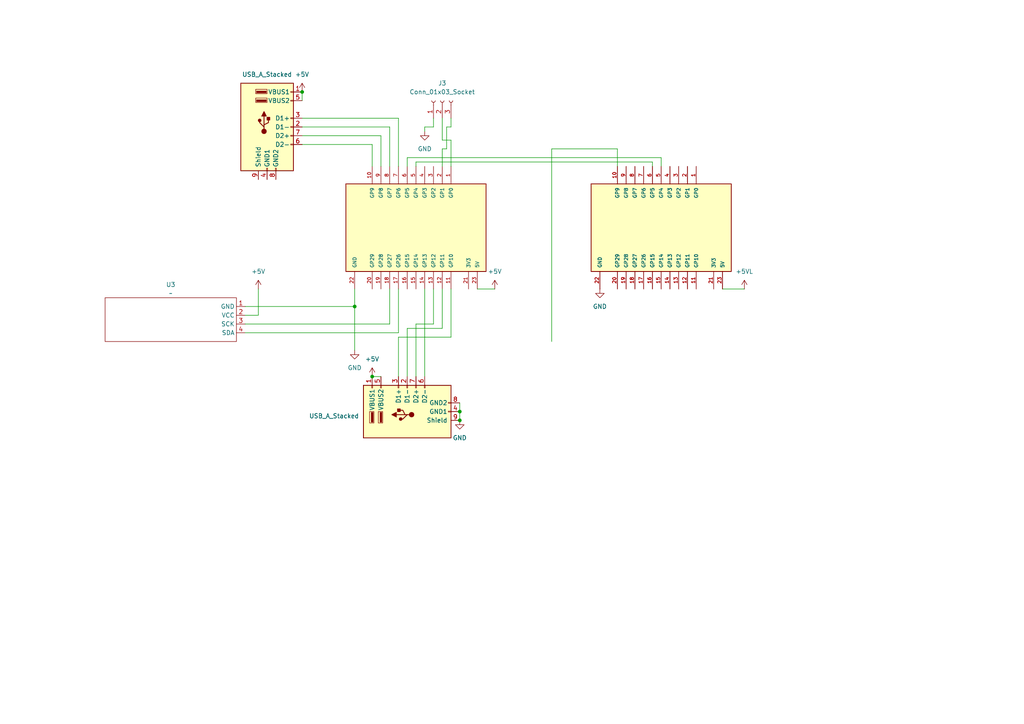
<source format=kicad_sch>
(kicad_sch
	(version 20250114)
	(generator "eeschema")
	(generator_version "9.0")
	(uuid "8741e069-7aae-462e-994b-a01d6179418a")
	(paper "A4")
	(lib_symbols
		(symbol "Connector:Conn_01x03_Socket"
			(pin_names
				(offset 1.016)
				(hide yes)
			)
			(exclude_from_sim no)
			(in_bom yes)
			(on_board yes)
			(property "Reference" "J"
				(at 0 5.08 0)
				(effects
					(font
						(size 1.27 1.27)
					)
				)
			)
			(property "Value" "Conn_01x03_Socket"
				(at 0 -5.08 0)
				(effects
					(font
						(size 1.27 1.27)
					)
				)
			)
			(property "Footprint" ""
				(at 0 0 0)
				(effects
					(font
						(size 1.27 1.27)
					)
					(hide yes)
				)
			)
			(property "Datasheet" "~"
				(at 0 0 0)
				(effects
					(font
						(size 1.27 1.27)
					)
					(hide yes)
				)
			)
			(property "Description" "Generic connector, single row, 01x03, script generated"
				(at 0 0 0)
				(effects
					(font
						(size 1.27 1.27)
					)
					(hide yes)
				)
			)
			(property "ki_locked" ""
				(at 0 0 0)
				(effects
					(font
						(size 1.27 1.27)
					)
				)
			)
			(property "ki_keywords" "connector"
				(at 0 0 0)
				(effects
					(font
						(size 1.27 1.27)
					)
					(hide yes)
				)
			)
			(property "ki_fp_filters" "Connector*:*_1x??_*"
				(at 0 0 0)
				(effects
					(font
						(size 1.27 1.27)
					)
					(hide yes)
				)
			)
			(symbol "Conn_01x03_Socket_1_1"
				(polyline
					(pts
						(xy -1.27 2.54) (xy -0.508 2.54)
					)
					(stroke
						(width 0.1524)
						(type default)
					)
					(fill
						(type none)
					)
				)
				(polyline
					(pts
						(xy -1.27 0) (xy -0.508 0)
					)
					(stroke
						(width 0.1524)
						(type default)
					)
					(fill
						(type none)
					)
				)
				(polyline
					(pts
						(xy -1.27 -2.54) (xy -0.508 -2.54)
					)
					(stroke
						(width 0.1524)
						(type default)
					)
					(fill
						(type none)
					)
				)
				(arc
					(start 0 2.032)
					(mid -0.5058 2.54)
					(end 0 3.048)
					(stroke
						(width 0.1524)
						(type default)
					)
					(fill
						(type none)
					)
				)
				(arc
					(start 0 -0.508)
					(mid -0.5058 0)
					(end 0 0.508)
					(stroke
						(width 0.1524)
						(type default)
					)
					(fill
						(type none)
					)
				)
				(arc
					(start 0 -3.048)
					(mid -0.5058 -2.54)
					(end 0 -2.032)
					(stroke
						(width 0.1524)
						(type default)
					)
					(fill
						(type none)
					)
				)
				(pin passive line
					(at -5.08 2.54 0)
					(length 3.81)
					(name "Pin_1"
						(effects
							(font
								(size 1.27 1.27)
							)
						)
					)
					(number "1"
						(effects
							(font
								(size 1.27 1.27)
							)
						)
					)
				)
				(pin passive line
					(at -5.08 0 0)
					(length 3.81)
					(name "Pin_2"
						(effects
							(font
								(size 1.27 1.27)
							)
						)
					)
					(number "2"
						(effects
							(font
								(size 1.27 1.27)
							)
						)
					)
				)
				(pin passive line
					(at -5.08 -2.54 0)
					(length 3.81)
					(name "Pin_3"
						(effects
							(font
								(size 1.27 1.27)
							)
						)
					)
					(number "3"
						(effects
							(font
								(size 1.27 1.27)
							)
						)
					)
				)
			)
			(embedded_fonts no)
		)
		(symbol "Connector:USB_A_Stacked"
			(pin_names
				(offset 1.016)
			)
			(exclude_from_sim no)
			(in_bom yes)
			(on_board yes)
			(property "Reference" "J"
				(at 0 15.875 0)
				(effects
					(font
						(size 1.27 1.27)
					)
				)
			)
			(property "Value" "USB_A_Stacked"
				(at 0 13.97 0)
				(effects
					(font
						(size 1.27 1.27)
					)
				)
			)
			(property "Footprint" ""
				(at 3.81 -13.97 0)
				(effects
					(font
						(size 1.27 1.27)
					)
					(justify left)
					(hide yes)
				)
			)
			(property "Datasheet" "~"
				(at 5.08 1.27 0)
				(effects
					(font
						(size 1.27 1.27)
					)
					(hide yes)
				)
			)
			(property "Description" "USB Type A connector, stacked"
				(at 0 0 0)
				(effects
					(font
						(size 1.27 1.27)
					)
					(hide yes)
				)
			)
			(property "ki_keywords" "connector USB"
				(at 0 0 0)
				(effects
					(font
						(size 1.27 1.27)
					)
					(hide yes)
				)
			)
			(property "ki_fp_filters" "USB*"
				(at 0 0 0)
				(effects
					(font
						(size 1.27 1.27)
					)
					(hide yes)
				)
			)
			(symbol "USB_A_Stacked_0_1"
				(rectangle
					(start -7.62 12.7)
					(end 7.62 -12.7)
					(stroke
						(width 0.254)
						(type default)
					)
					(fill
						(type background)
					)
				)
				(circle
					(center -2.159 1.905)
					(radius 0.381)
					(stroke
						(width 0.254)
						(type default)
					)
					(fill
						(type outline)
					)
				)
				(polyline
					(pts
						(xy -1.524 3.175) (xy -0.254 3.175) (xy -0.889 4.445) (xy -1.524 3.175)
					)
					(stroke
						(width 0.254)
						(type default)
					)
					(fill
						(type outline)
					)
				)
				(polyline
					(pts
						(xy -0.889 0) (xy -0.889 0.635) (xy 0.381 1.27) (xy 0.381 2.54)
					)
					(stroke
						(width 0.254)
						(type default)
					)
					(fill
						(type none)
					)
				)
				(polyline
					(pts
						(xy -0.889 -0.635) (xy -0.889 0) (xy -2.159 1.27) (xy -2.159 1.905)
					)
					(stroke
						(width 0.254)
						(type default)
					)
					(fill
						(type none)
					)
				)
				(circle
					(center -0.889 -1.27)
					(radius 0.635)
					(stroke
						(width 0.254)
						(type default)
					)
					(fill
						(type outline)
					)
				)
				(rectangle
					(start -0.254 9.906)
					(end -3.048 10.414)
					(stroke
						(width 0)
						(type default)
					)
					(fill
						(type outline)
					)
				)
				(rectangle
					(start -0.254 7.366)
					(end -3.048 7.874)
					(stroke
						(width 0)
						(type default)
					)
					(fill
						(type outline)
					)
				)
				(rectangle
					(start -0.127 -12.7)
					(end 0.127 -11.938)
					(stroke
						(width 0)
						(type default)
					)
					(fill
						(type none)
					)
				)
				(rectangle
					(start 0 9.652)
					(end -3.302 10.922)
					(stroke
						(width 0)
						(type default)
					)
					(fill
						(type none)
					)
				)
				(rectangle
					(start 0 7.112)
					(end -3.302 8.382)
					(stroke
						(width 0)
						(type default)
					)
					(fill
						(type none)
					)
				)
				(rectangle
					(start 0 2.794)
					(end 0.762 2.032)
					(stroke
						(width 0.254)
						(type default)
					)
					(fill
						(type outline)
					)
				)
				(rectangle
					(start 2.413 -12.7)
					(end 2.667 -11.938)
					(stroke
						(width 0)
						(type default)
					)
					(fill
						(type none)
					)
				)
				(rectangle
					(start 7.62 10.033)
					(end 6.858 10.287)
					(stroke
						(width 0)
						(type default)
					)
					(fill
						(type none)
					)
				)
				(rectangle
					(start 7.62 7.493)
					(end 6.858 7.747)
					(stroke
						(width 0)
						(type default)
					)
					(fill
						(type none)
					)
				)
				(rectangle
					(start 7.62 2.413)
					(end 6.858 2.667)
					(stroke
						(width 0)
						(type default)
					)
					(fill
						(type none)
					)
				)
				(rectangle
					(start 7.62 -0.127)
					(end 6.858 0.127)
					(stroke
						(width 0)
						(type default)
					)
					(fill
						(type none)
					)
				)
				(rectangle
					(start 7.62 -2.667)
					(end 6.858 -2.413)
					(stroke
						(width 0)
						(type default)
					)
					(fill
						(type none)
					)
				)
				(rectangle
					(start 7.62 -5.207)
					(end 6.858 -4.953)
					(stroke
						(width 0)
						(type default)
					)
					(fill
						(type none)
					)
				)
			)
			(symbol "USB_A_Stacked_1_1"
				(polyline
					(pts
						(xy -0.889 0.635) (xy -0.889 3.175)
					)
					(stroke
						(width 0.254)
						(type default)
					)
					(fill
						(type none)
					)
				)
				(pin passive line
					(at -2.54 -15.24 90)
					(length 2.54)
					(name "Shield"
						(effects
							(font
								(size 1.27 1.27)
							)
						)
					)
					(number "9"
						(effects
							(font
								(size 1.27 1.27)
							)
						)
					)
				)
				(pin power_in line
					(at 0 -15.24 90)
					(length 2.54)
					(name "GND1"
						(effects
							(font
								(size 1.27 1.27)
							)
						)
					)
					(number "4"
						(effects
							(font
								(size 1.27 1.27)
							)
						)
					)
				)
				(pin power_in line
					(at 2.54 -15.24 90)
					(length 2.54)
					(name "GND2"
						(effects
							(font
								(size 1.27 1.27)
							)
						)
					)
					(number "8"
						(effects
							(font
								(size 1.27 1.27)
							)
						)
					)
				)
				(pin power_in line
					(at 10.16 10.16 180)
					(length 2.54)
					(name "VBUS1"
						(effects
							(font
								(size 1.27 1.27)
							)
						)
					)
					(number "1"
						(effects
							(font
								(size 1.27 1.27)
							)
						)
					)
				)
				(pin power_in line
					(at 10.16 7.62 180)
					(length 2.54)
					(name "VBUS2"
						(effects
							(font
								(size 1.27 1.27)
							)
						)
					)
					(number "5"
						(effects
							(font
								(size 1.27 1.27)
							)
						)
					)
				)
				(pin bidirectional line
					(at 10.16 2.54 180)
					(length 2.54)
					(name "D1+"
						(effects
							(font
								(size 1.27 1.27)
							)
						)
					)
					(number "3"
						(effects
							(font
								(size 1.27 1.27)
							)
						)
					)
				)
				(pin bidirectional line
					(at 10.16 0 180)
					(length 2.54)
					(name "D1-"
						(effects
							(font
								(size 1.27 1.27)
							)
						)
					)
					(number "2"
						(effects
							(font
								(size 1.27 1.27)
							)
						)
					)
				)
				(pin bidirectional line
					(at 10.16 -2.54 180)
					(length 2.54)
					(name "D2+"
						(effects
							(font
								(size 1.27 1.27)
							)
						)
					)
					(number "7"
						(effects
							(font
								(size 1.27 1.27)
							)
						)
					)
				)
				(pin bidirectional line
					(at 10.16 -5.08 180)
					(length 2.54)
					(name "D2-"
						(effects
							(font
								(size 1.27 1.27)
							)
						)
					)
					(number "6"
						(effects
							(font
								(size 1.27 1.27)
							)
						)
					)
				)
			)
			(embedded_fonts no)
		)
		(symbol "RP2040-ZERO:RP2040-ZERO"
			(pin_names
				(offset 1.016)
			)
			(exclude_from_sim no)
			(in_bom yes)
			(on_board yes)
			(property "Reference" "U"
				(at -12.7 21.082 0)
				(effects
					(font
						(size 1.27 1.27)
					)
					(justify left bottom)
				)
			)
			(property "Value" "RP2040-ZERO"
				(at -12.7 -22.86 0)
				(effects
					(font
						(size 1.27 1.27)
					)
					(justify left bottom)
				)
			)
			(property "Footprint" "RP2040-ZERO:MODULE_RP2040-ZERO"
				(at 0 0 0)
				(effects
					(font
						(size 1.27 1.27)
					)
					(justify bottom)
					(hide yes)
				)
			)
			(property "Datasheet" ""
				(at 0 0 0)
				(effects
					(font
						(size 1.27 1.27)
					)
					(hide yes)
				)
			)
			(property "Description" ""
				(at 0 0 0)
				(effects
					(font
						(size 1.27 1.27)
					)
					(hide yes)
				)
			)
			(property "MF" "Waveshare Electronics"
				(at 0 0 0)
				(effects
					(font
						(size 1.27 1.27)
					)
					(justify bottom)
					(hide yes)
				)
			)
			(property "MAXIMUM_PACKAGE_HEIGHT" "5.35mm"
				(at 0 0 0)
				(effects
					(font
						(size 1.27 1.27)
					)
					(justify bottom)
					(hide yes)
				)
			)
			(property "Package" "Package"
				(at 0 0 0)
				(effects
					(font
						(size 1.27 1.27)
					)
					(justify bottom)
					(hide yes)
				)
			)
			(property "Price" "None"
				(at 0 0 0)
				(effects
					(font
						(size 1.27 1.27)
					)
					(justify bottom)
					(hide yes)
				)
			)
			(property "Check_prices" "https://www.snapeda.com/parts/RP2040-ZERO/Waveshare+Electronics/view-part/?ref=eda"
				(at 0 0 0)
				(effects
					(font
						(size 1.27 1.27)
					)
					(justify bottom)
					(hide yes)
				)
			)
			(property "STANDARD" "Manufacturer Recommendations"
				(at 0 0 0)
				(effects
					(font
						(size 1.27 1.27)
					)
					(justify bottom)
					(hide yes)
				)
			)
			(property "PARTREV" "NA"
				(at 0 0 0)
				(effects
					(font
						(size 1.27 1.27)
					)
					(justify bottom)
					(hide yes)
				)
			)
			(property "SnapEDA_Link" "https://www.snapeda.com/parts/RP2040-ZERO/Waveshare+Electronics/view-part/?ref=snap"
				(at 0 0 0)
				(effects
					(font
						(size 1.27 1.27)
					)
					(justify bottom)
					(hide yes)
				)
			)
			(property "MP" "RP2040-ZERO"
				(at 0 0 0)
				(effects
					(font
						(size 1.27 1.27)
					)
					(justify bottom)
					(hide yes)
				)
			)
			(property "Description_1" "Low-Cost, High-Performance Pico-Like MCU Board Based On Raspberry Pi Microcontroller RP2040"
				(at 0 0 0)
				(effects
					(font
						(size 1.27 1.27)
					)
					(justify bottom)
					(hide yes)
				)
			)
			(property "Availability" "Not in stock"
				(at 0 0 0)
				(effects
					(font
						(size 1.27 1.27)
					)
					(justify bottom)
					(hide yes)
				)
			)
			(property "MANUFACTURER" "Waveshare"
				(at 0 0 0)
				(effects
					(font
						(size 1.27 1.27)
					)
					(justify bottom)
					(hide yes)
				)
			)
			(symbol "RP2040-ZERO_0_0"
				(rectangle
					(start -12.7 -20.32)
					(end 12.7 20.32)
					(stroke
						(width 0.254)
						(type default)
					)
					(fill
						(type background)
					)
				)
				(pin bidirectional line
					(at -17.78 10.16 0)
					(length 5.08)
					(name "GP0"
						(effects
							(font
								(size 1.016 1.016)
							)
						)
					)
					(number "1"
						(effects
							(font
								(size 1.016 1.016)
							)
						)
					)
				)
				(pin bidirectional line
					(at -17.78 7.62 0)
					(length 5.08)
					(name "GP1"
						(effects
							(font
								(size 1.016 1.016)
							)
						)
					)
					(number "2"
						(effects
							(font
								(size 1.016 1.016)
							)
						)
					)
				)
				(pin bidirectional line
					(at -17.78 5.08 0)
					(length 5.08)
					(name "GP2"
						(effects
							(font
								(size 1.016 1.016)
							)
						)
					)
					(number "3"
						(effects
							(font
								(size 1.016 1.016)
							)
						)
					)
				)
				(pin bidirectional line
					(at -17.78 2.54 0)
					(length 5.08)
					(name "GP3"
						(effects
							(font
								(size 1.016 1.016)
							)
						)
					)
					(number "4"
						(effects
							(font
								(size 1.016 1.016)
							)
						)
					)
				)
				(pin bidirectional line
					(at -17.78 0 0)
					(length 5.08)
					(name "GP4"
						(effects
							(font
								(size 1.016 1.016)
							)
						)
					)
					(number "5"
						(effects
							(font
								(size 1.016 1.016)
							)
						)
					)
				)
				(pin bidirectional line
					(at -17.78 -2.54 0)
					(length 5.08)
					(name "GP5"
						(effects
							(font
								(size 1.016 1.016)
							)
						)
					)
					(number "6"
						(effects
							(font
								(size 1.016 1.016)
							)
						)
					)
				)
				(pin bidirectional line
					(at -17.78 -5.08 0)
					(length 5.08)
					(name "GP6"
						(effects
							(font
								(size 1.016 1.016)
							)
						)
					)
					(number "7"
						(effects
							(font
								(size 1.016 1.016)
							)
						)
					)
				)
				(pin bidirectional line
					(at -17.78 -7.62 0)
					(length 5.08)
					(name "GP7"
						(effects
							(font
								(size 1.016 1.016)
							)
						)
					)
					(number "8"
						(effects
							(font
								(size 1.016 1.016)
							)
						)
					)
				)
				(pin bidirectional line
					(at -17.78 -10.16 0)
					(length 5.08)
					(name "GP8"
						(effects
							(font
								(size 1.016 1.016)
							)
						)
					)
					(number "9"
						(effects
							(font
								(size 1.016 1.016)
							)
						)
					)
				)
				(pin bidirectional line
					(at -17.78 -12.7 0)
					(length 5.08)
					(name "GP9"
						(effects
							(font
								(size 1.016 1.016)
							)
						)
					)
					(number "10"
						(effects
							(font
								(size 1.016 1.016)
							)
						)
					)
				)
				(pin power_in line
					(at 17.78 17.78 180)
					(length 5.08)
					(name "5V"
						(effects
							(font
								(size 1.016 1.016)
							)
						)
					)
					(number "23"
						(effects
							(font
								(size 1.016 1.016)
							)
						)
					)
				)
				(pin power_in line
					(at 17.78 15.24 180)
					(length 5.08)
					(name "3V3"
						(effects
							(font
								(size 1.016 1.016)
							)
						)
					)
					(number "21"
						(effects
							(font
								(size 1.016 1.016)
							)
						)
					)
				)
				(pin bidirectional line
					(at 17.78 10.16 180)
					(length 5.08)
					(name "GP10"
						(effects
							(font
								(size 1.016 1.016)
							)
						)
					)
					(number "11"
						(effects
							(font
								(size 1.016 1.016)
							)
						)
					)
				)
				(pin bidirectional line
					(at 17.78 7.62 180)
					(length 5.08)
					(name "GP11"
						(effects
							(font
								(size 1.016 1.016)
							)
						)
					)
					(number "12"
						(effects
							(font
								(size 1.016 1.016)
							)
						)
					)
				)
				(pin bidirectional line
					(at 17.78 5.08 180)
					(length 5.08)
					(name "GP12"
						(effects
							(font
								(size 1.016 1.016)
							)
						)
					)
					(number "13"
						(effects
							(font
								(size 1.016 1.016)
							)
						)
					)
				)
				(pin bidirectional line
					(at 17.78 2.54 180)
					(length 5.08)
					(name "GP13"
						(effects
							(font
								(size 1.016 1.016)
							)
						)
					)
					(number "14"
						(effects
							(font
								(size 1.016 1.016)
							)
						)
					)
				)
				(pin bidirectional line
					(at 17.78 0 180)
					(length 5.08)
					(name "GP14"
						(effects
							(font
								(size 1.016 1.016)
							)
						)
					)
					(number "15"
						(effects
							(font
								(size 1.016 1.016)
							)
						)
					)
				)
				(pin bidirectional line
					(at 17.78 -2.54 180)
					(length 5.08)
					(name "GP15"
						(effects
							(font
								(size 1.016 1.016)
							)
						)
					)
					(number "16"
						(effects
							(font
								(size 1.016 1.016)
							)
						)
					)
				)
				(pin bidirectional line
					(at 17.78 -5.08 180)
					(length 5.08)
					(name "GP26"
						(effects
							(font
								(size 1.016 1.016)
							)
						)
					)
					(number "17"
						(effects
							(font
								(size 1.016 1.016)
							)
						)
					)
				)
				(pin bidirectional line
					(at 17.78 -7.62 180)
					(length 5.08)
					(name "GP27"
						(effects
							(font
								(size 1.016 1.016)
							)
						)
					)
					(number "18"
						(effects
							(font
								(size 1.016 1.016)
							)
						)
					)
				)
				(pin bidirectional line
					(at 17.78 -10.16 180)
					(length 5.08)
					(name "GP28"
						(effects
							(font
								(size 1.016 1.016)
							)
						)
					)
					(number "19"
						(effects
							(font
								(size 1.016 1.016)
							)
						)
					)
				)
				(pin bidirectional line
					(at 17.78 -12.7 180)
					(length 5.08)
					(name "GP29"
						(effects
							(font
								(size 1.016 1.016)
							)
						)
					)
					(number "20"
						(effects
							(font
								(size 1.016 1.016)
							)
						)
					)
				)
				(pin power_in line
					(at 17.78 -17.78 180)
					(length 5.08)
					(name "GND"
						(effects
							(font
								(size 1.016 1.016)
							)
						)
					)
					(number "22"
						(effects
							(font
								(size 1.016 1.016)
							)
						)
					)
				)
			)
			(embedded_fonts no)
		)
		(symbol "mylib:OLED128x32"
			(exclude_from_sim no)
			(in_bom yes)
			(on_board yes)
			(property "Reference" "U"
				(at 0 0 0)
				(effects
					(font
						(size 1.27 1.27)
					)
				)
			)
			(property "Value" ""
				(at 0 0 0)
				(effects
					(font
						(size 1.27 1.27)
					)
				)
			)
			(property "Footprint" ""
				(at 0 0 0)
				(effects
					(font
						(size 1.27 1.27)
					)
					(hide yes)
				)
			)
			(property "Datasheet" ""
				(at 0 0 0)
				(effects
					(font
						(size 1.27 1.27)
					)
					(hide yes)
				)
			)
			(property "Description" ""
				(at 0 0 0)
				(effects
					(font
						(size 1.27 1.27)
					)
					(hide yes)
				)
			)
			(symbol "OLED128x32_0_1"
				(rectangle
					(start -6.35 19.05)
					(end 6.35 -19.05)
					(stroke
						(width 0)
						(type default)
					)
					(fill
						(type none)
					)
				)
			)
			(symbol "OLED128x32_1_1"
				(pin input line
					(at -3.81 21.59 270)
					(length 2.54)
					(name "GND"
						(effects
							(font
								(size 1.27 1.27)
							)
						)
					)
					(number "1"
						(effects
							(font
								(size 1.27 1.27)
							)
						)
					)
				)
				(pin input line
					(at -1.27 21.59 270)
					(length 2.54)
					(name "VCC"
						(effects
							(font
								(size 1.27 1.27)
							)
						)
					)
					(number "2"
						(effects
							(font
								(size 1.27 1.27)
							)
						)
					)
				)
				(pin input line
					(at 1.27 21.59 270)
					(length 2.54)
					(name "SCK"
						(effects
							(font
								(size 1.27 1.27)
							)
						)
					)
					(number "3"
						(effects
							(font
								(size 1.27 1.27)
							)
						)
					)
				)
				(pin input line
					(at 3.81 21.59 270)
					(length 2.54)
					(name "SDA"
						(effects
							(font
								(size 1.27 1.27)
							)
						)
					)
					(number "4"
						(effects
							(font
								(size 1.27 1.27)
							)
						)
					)
				)
			)
			(embedded_fonts no)
		)
		(symbol "power:+5V"
			(power)
			(pin_numbers
				(hide yes)
			)
			(pin_names
				(offset 0)
				(hide yes)
			)
			(exclude_from_sim no)
			(in_bom yes)
			(on_board yes)
			(property "Reference" "#PWR"
				(at 0 -3.81 0)
				(effects
					(font
						(size 1.27 1.27)
					)
					(hide yes)
				)
			)
			(property "Value" "+5V"
				(at 0 3.556 0)
				(effects
					(font
						(size 1.27 1.27)
					)
				)
			)
			(property "Footprint" ""
				(at 0 0 0)
				(effects
					(font
						(size 1.27 1.27)
					)
					(hide yes)
				)
			)
			(property "Datasheet" ""
				(at 0 0 0)
				(effects
					(font
						(size 1.27 1.27)
					)
					(hide yes)
				)
			)
			(property "Description" "Power symbol creates a global label with name \"+5V\""
				(at 0 0 0)
				(effects
					(font
						(size 1.27 1.27)
					)
					(hide yes)
				)
			)
			(property "ki_keywords" "global power"
				(at 0 0 0)
				(effects
					(font
						(size 1.27 1.27)
					)
					(hide yes)
				)
			)
			(symbol "+5V_0_1"
				(polyline
					(pts
						(xy -0.762 1.27) (xy 0 2.54)
					)
					(stroke
						(width 0)
						(type default)
					)
					(fill
						(type none)
					)
				)
				(polyline
					(pts
						(xy 0 2.54) (xy 0.762 1.27)
					)
					(stroke
						(width 0)
						(type default)
					)
					(fill
						(type none)
					)
				)
				(polyline
					(pts
						(xy 0 0) (xy 0 2.54)
					)
					(stroke
						(width 0)
						(type default)
					)
					(fill
						(type none)
					)
				)
			)
			(symbol "+5V_1_1"
				(pin power_in line
					(at 0 0 90)
					(length 0)
					(name "~"
						(effects
							(font
								(size 1.27 1.27)
							)
						)
					)
					(number "1"
						(effects
							(font
								(size 1.27 1.27)
							)
						)
					)
				)
			)
			(embedded_fonts no)
		)
		(symbol "power:+5VL"
			(power)
			(pin_numbers
				(hide yes)
			)
			(pin_names
				(offset 0)
				(hide yes)
			)
			(exclude_from_sim no)
			(in_bom yes)
			(on_board yes)
			(property "Reference" "#PWR"
				(at 0 -3.81 0)
				(effects
					(font
						(size 1.27 1.27)
					)
					(hide yes)
				)
			)
			(property "Value" "+5VL"
				(at 0 3.556 0)
				(effects
					(font
						(size 1.27 1.27)
					)
				)
			)
			(property "Footprint" ""
				(at 0 0 0)
				(effects
					(font
						(size 1.27 1.27)
					)
					(hide yes)
				)
			)
			(property "Datasheet" ""
				(at 0 0 0)
				(effects
					(font
						(size 1.27 1.27)
					)
					(hide yes)
				)
			)
			(property "Description" "Power symbol creates a global label with name \"+5VL\""
				(at 0 0 0)
				(effects
					(font
						(size 1.27 1.27)
					)
					(hide yes)
				)
			)
			(property "ki_keywords" "global power"
				(at 0 0 0)
				(effects
					(font
						(size 1.27 1.27)
					)
					(hide yes)
				)
			)
			(symbol "+5VL_0_1"
				(polyline
					(pts
						(xy -0.762 1.27) (xy 0 2.54)
					)
					(stroke
						(width 0)
						(type default)
					)
					(fill
						(type none)
					)
				)
				(polyline
					(pts
						(xy 0 2.54) (xy 0.762 1.27)
					)
					(stroke
						(width 0)
						(type default)
					)
					(fill
						(type none)
					)
				)
				(polyline
					(pts
						(xy 0 0) (xy 0 2.54)
					)
					(stroke
						(width 0)
						(type default)
					)
					(fill
						(type none)
					)
				)
			)
			(symbol "+5VL_1_1"
				(pin power_in line
					(at 0 0 90)
					(length 0)
					(name "~"
						(effects
							(font
								(size 1.27 1.27)
							)
						)
					)
					(number "1"
						(effects
							(font
								(size 1.27 1.27)
							)
						)
					)
				)
			)
			(embedded_fonts no)
		)
		(symbol "power:GND"
			(power)
			(pin_numbers
				(hide yes)
			)
			(pin_names
				(offset 0)
				(hide yes)
			)
			(exclude_from_sim no)
			(in_bom yes)
			(on_board yes)
			(property "Reference" "#PWR"
				(at 0 -6.35 0)
				(effects
					(font
						(size 1.27 1.27)
					)
					(hide yes)
				)
			)
			(property "Value" "GND"
				(at 0 -3.81 0)
				(effects
					(font
						(size 1.27 1.27)
					)
				)
			)
			(property "Footprint" ""
				(at 0 0 0)
				(effects
					(font
						(size 1.27 1.27)
					)
					(hide yes)
				)
			)
			(property "Datasheet" ""
				(at 0 0 0)
				(effects
					(font
						(size 1.27 1.27)
					)
					(hide yes)
				)
			)
			(property "Description" "Power symbol creates a global label with name \"GND\" , ground"
				(at 0 0 0)
				(effects
					(font
						(size 1.27 1.27)
					)
					(hide yes)
				)
			)
			(property "ki_keywords" "global power"
				(at 0 0 0)
				(effects
					(font
						(size 1.27 1.27)
					)
					(hide yes)
				)
			)
			(symbol "GND_0_1"
				(polyline
					(pts
						(xy 0 0) (xy 0 -1.27) (xy 1.27 -1.27) (xy 0 -2.54) (xy -1.27 -1.27) (xy 0 -1.27)
					)
					(stroke
						(width 0)
						(type default)
					)
					(fill
						(type none)
					)
				)
			)
			(symbol "GND_1_1"
				(pin power_in line
					(at 0 0 270)
					(length 0)
					(name "~"
						(effects
							(font
								(size 1.27 1.27)
							)
						)
					)
					(number "1"
						(effects
							(font
								(size 1.27 1.27)
							)
						)
					)
				)
			)
			(embedded_fonts no)
		)
	)
	(junction
		(at 87.63 26.67)
		(diameter 0)
		(color 0 0 0 0)
		(uuid "0c5bf68c-d0ff-47a5-ad0b-497508341d92")
	)
	(junction
		(at 133.35 119.38)
		(diameter 0)
		(color 0 0 0 0)
		(uuid "0c7b483f-7e39-40e9-998b-00f79ece11e2")
	)
	(junction
		(at 102.87 88.9)
		(diameter 0)
		(color 0 0 0 0)
		(uuid "16215443-0a3d-4268-acd7-168b5dc0b023")
	)
	(junction
		(at 133.35 121.92)
		(diameter 0)
		(color 0 0 0 0)
		(uuid "4bf9e23e-37c8-4f2b-887f-e1109fc52172")
	)
	(junction
		(at 107.95 109.22)
		(diameter 0)
		(color 0 0 0 0)
		(uuid "ac38376a-8f88-4d12-8752-a7c704dc5f34")
	)
	(wire
		(pts
			(xy 120.65 93.98) (xy 125.73 93.98)
		)
		(stroke
			(width 0)
			(type default)
		)
		(uuid "0ce9f373-6674-4b73-9d7d-04a9bb795f6d")
	)
	(wire
		(pts
			(xy 115.57 96.52) (xy 115.57 83.82)
		)
		(stroke
			(width 0)
			(type default)
		)
		(uuid "0d123d9f-3687-4527-9754-85b464ab84a9")
	)
	(wire
		(pts
			(xy 120.65 109.22) (xy 120.65 93.98)
		)
		(stroke
			(width 0)
			(type default)
		)
		(uuid "0ef6e579-726c-45c3-b112-29272fe999c2")
	)
	(wire
		(pts
			(xy 110.49 39.37) (xy 110.49 48.26)
		)
		(stroke
			(width 0)
			(type default)
		)
		(uuid "134f1ce2-d75a-44af-bec5-66d181c0115b")
	)
	(wire
		(pts
			(xy 123.19 83.82) (xy 123.19 109.22)
		)
		(stroke
			(width 0)
			(type default)
		)
		(uuid "15708580-c7ad-4b30-9441-ba416b6421b0")
	)
	(wire
		(pts
			(xy 74.93 83.82) (xy 74.93 91.44)
		)
		(stroke
			(width 0)
			(type default)
		)
		(uuid "2201cdb6-127b-4904-9d10-945ad739c391")
	)
	(wire
		(pts
			(xy 160.02 43.18) (xy 179.07 43.18)
		)
		(stroke
			(width 0)
			(type default)
		)
		(uuid "2609488c-8d4e-4c22-9b7a-34745902279c")
	)
	(wire
		(pts
			(xy 115.57 109.22) (xy 115.57 97.79)
		)
		(stroke
			(width 0)
			(type default)
		)
		(uuid "27422e21-83f1-4438-9da2-3783c28bbb89")
	)
	(wire
		(pts
			(xy 113.03 93.98) (xy 113.03 83.82)
		)
		(stroke
			(width 0)
			(type default)
		)
		(uuid "27f6b93f-8c33-4646-b808-8207803fcf92")
	)
	(wire
		(pts
			(xy 130.81 34.29) (xy 130.81 36.83)
		)
		(stroke
			(width 0)
			(type default)
		)
		(uuid "3096703b-be6a-4e43-9c02-f2969a8bbec7")
	)
	(wire
		(pts
			(xy 123.19 36.83) (xy 125.73 36.83)
		)
		(stroke
			(width 0)
			(type default)
		)
		(uuid "3d8662ea-671b-46ec-8d64-95231a638081")
	)
	(wire
		(pts
			(xy 125.73 83.82) (xy 125.73 93.98)
		)
		(stroke
			(width 0)
			(type default)
		)
		(uuid "3e41b7ee-5717-48a6-8fd8-54bde2d3bf11")
	)
	(wire
		(pts
			(xy 87.63 41.91) (xy 107.95 41.91)
		)
		(stroke
			(width 0)
			(type default)
		)
		(uuid "43a0ce29-d343-47f4-8113-80bd486dd661")
	)
	(wire
		(pts
			(xy 130.81 97.79) (xy 130.81 83.82)
		)
		(stroke
			(width 0)
			(type default)
		)
		(uuid "446a47ac-7e73-41e1-87e6-946dcee7f53c")
	)
	(wire
		(pts
			(xy 87.63 36.83) (xy 113.03 36.83)
		)
		(stroke
			(width 0)
			(type default)
		)
		(uuid "48a465d0-d9d2-41c6-848b-6ab2dc151d4b")
	)
	(wire
		(pts
			(xy 102.87 88.9) (xy 102.87 101.6)
		)
		(stroke
			(width 0)
			(type default)
		)
		(uuid "49143728-291c-4ca5-b7e5-718060016e70")
	)
	(wire
		(pts
			(xy 113.03 36.83) (xy 113.03 48.26)
		)
		(stroke
			(width 0)
			(type default)
		)
		(uuid "4966c898-1a7e-49b5-b71b-8088ea67e816")
	)
	(wire
		(pts
			(xy 130.81 36.83) (xy 129.54 36.83)
		)
		(stroke
			(width 0)
			(type default)
		)
		(uuid "56776658-0aef-4e72-b1be-e649b924a830")
	)
	(wire
		(pts
			(xy 120.65 46.99) (xy 189.23 46.99)
		)
		(stroke
			(width 0)
			(type default)
		)
		(uuid "5a9db026-977b-4598-9101-893ca2129b0e")
	)
	(wire
		(pts
			(xy 130.81 40.64) (xy 130.81 48.26)
		)
		(stroke
			(width 0)
			(type default)
		)
		(uuid "5c1655ce-8999-4fab-98ff-716ba8bf0016")
	)
	(wire
		(pts
			(xy 128.27 40.64) (xy 130.81 40.64)
		)
		(stroke
			(width 0)
			(type default)
		)
		(uuid "5c198f0c-bd36-4cbb-b842-0f70930ff174")
	)
	(wire
		(pts
			(xy 71.12 91.44) (xy 74.93 91.44)
		)
		(stroke
			(width 0)
			(type default)
		)
		(uuid "61fdbb26-cd43-41a0-91f0-e45a8f053e0f")
	)
	(wire
		(pts
			(xy 191.77 48.26) (xy 191.77 45.72)
		)
		(stroke
			(width 0)
			(type default)
		)
		(uuid "6bbe252f-ee0e-4f54-93d6-2ff50aa7d945")
	)
	(wire
		(pts
			(xy 191.77 45.72) (xy 118.11 45.72)
		)
		(stroke
			(width 0)
			(type default)
		)
		(uuid "6c7b849d-39c1-4980-a4b0-2f76797389df")
	)
	(wire
		(pts
			(xy 209.55 83.82) (xy 215.9 83.82)
		)
		(stroke
			(width 0)
			(type default)
		)
		(uuid "70bb3a70-cb4f-4b2a-9312-6cc5cdffdd13")
	)
	(wire
		(pts
			(xy 107.95 109.22) (xy 110.49 109.22)
		)
		(stroke
			(width 0)
			(type default)
		)
		(uuid "725fe396-34e4-429c-8b5d-ef4108efda99")
	)
	(wire
		(pts
			(xy 189.23 46.99) (xy 189.23 48.26)
		)
		(stroke
			(width 0)
			(type default)
		)
		(uuid "8502cd74-7df2-402b-be28-13d667250ca5")
	)
	(wire
		(pts
			(xy 128.27 43.18) (xy 128.27 48.26)
		)
		(stroke
			(width 0)
			(type default)
		)
		(uuid "8c5858e2-1431-4c49-9650-0290f05027c0")
	)
	(wire
		(pts
			(xy 133.35 116.84) (xy 133.35 119.38)
		)
		(stroke
			(width 0)
			(type default)
		)
		(uuid "909808ce-58d5-461d-9d21-04b9a5d0014f")
	)
	(wire
		(pts
			(xy 71.12 88.9) (xy 102.87 88.9)
		)
		(stroke
			(width 0)
			(type default)
		)
		(uuid "93472328-df4c-4f21-89f1-79fcea4a09a3")
	)
	(wire
		(pts
			(xy 118.11 95.25) (xy 128.27 95.25)
		)
		(stroke
			(width 0)
			(type default)
		)
		(uuid "95c39f95-ce67-41ea-990b-98925ffa4fb8")
	)
	(wire
		(pts
			(xy 125.73 36.83) (xy 125.73 34.29)
		)
		(stroke
			(width 0)
			(type default)
		)
		(uuid "992b01c9-a5a6-4101-86c5-598009e66efa")
	)
	(wire
		(pts
			(xy 179.07 43.18) (xy 179.07 48.26)
		)
		(stroke
			(width 0)
			(type default)
		)
		(uuid "995c4bf0-0a76-4ead-a93d-3e3d4b188b7c")
	)
	(wire
		(pts
			(xy 128.27 95.25) (xy 128.27 83.82)
		)
		(stroke
			(width 0)
			(type default)
		)
		(uuid "9b47fd63-d4b4-4808-aaca-9152aeed0f46")
	)
	(wire
		(pts
			(xy 120.65 48.26) (xy 120.65 46.99)
		)
		(stroke
			(width 0)
			(type default)
		)
		(uuid "9eb62e40-8a99-4f22-8b13-721a9af69bfc")
	)
	(wire
		(pts
			(xy 115.57 97.79) (xy 130.81 97.79)
		)
		(stroke
			(width 0)
			(type default)
		)
		(uuid "a5ff4766-068b-4897-8d83-149ea176ca31")
	)
	(wire
		(pts
			(xy 160.02 99.06) (xy 160.02 43.18)
		)
		(stroke
			(width 0)
			(type default)
		)
		(uuid "a7570658-fc2e-45cf-a90d-4718531c904d")
	)
	(wire
		(pts
			(xy 118.11 95.25) (xy 118.11 109.22)
		)
		(stroke
			(width 0)
			(type default)
		)
		(uuid "acfc7be3-d2c9-4277-83f0-771f15ec0ee5")
	)
	(wire
		(pts
			(xy 133.35 119.38) (xy 133.35 121.92)
		)
		(stroke
			(width 0)
			(type default)
		)
		(uuid "c22a4b67-25be-4fda-aca7-2c5cf62e0cb6")
	)
	(wire
		(pts
			(xy 129.54 43.18) (xy 128.27 43.18)
		)
		(stroke
			(width 0)
			(type default)
		)
		(uuid "c32f4616-d172-4a09-a625-2740d0f2f634")
	)
	(wire
		(pts
			(xy 128.27 34.29) (xy 128.27 40.64)
		)
		(stroke
			(width 0)
			(type default)
		)
		(uuid "c3841d4d-a15e-4532-94c1-c0f34319fab3")
	)
	(wire
		(pts
			(xy 118.11 45.72) (xy 118.11 48.26)
		)
		(stroke
			(width 0)
			(type default)
		)
		(uuid "d3d42890-4969-485e-bfef-7667895424cd")
	)
	(wire
		(pts
			(xy 87.63 26.67) (xy 87.63 29.21)
		)
		(stroke
			(width 0)
			(type default)
		)
		(uuid "d7c22f1a-2c9a-4f68-8269-b34c168db264")
	)
	(wire
		(pts
			(xy 71.12 96.52) (xy 115.57 96.52)
		)
		(stroke
			(width 0)
			(type default)
		)
		(uuid "dd36c63f-db1a-4706-aec9-a8af962fc2b1")
	)
	(wire
		(pts
			(xy 71.12 93.98) (xy 113.03 93.98)
		)
		(stroke
			(width 0)
			(type default)
		)
		(uuid "df49a2aa-3680-475d-89f2-21b34680dd51")
	)
	(wire
		(pts
			(xy 123.19 38.1) (xy 123.19 36.83)
		)
		(stroke
			(width 0)
			(type default)
		)
		(uuid "e0d295fd-b242-46a0-97f4-abd5715fdc1d")
	)
	(wire
		(pts
			(xy 129.54 36.83) (xy 129.54 43.18)
		)
		(stroke
			(width 0)
			(type default)
		)
		(uuid "e1f21557-1341-48ee-9379-3e885072e607")
	)
	(wire
		(pts
			(xy 87.63 34.29) (xy 115.57 34.29)
		)
		(stroke
			(width 0)
			(type default)
		)
		(uuid "e51eea3d-286f-47ff-8647-da64dc015cbb")
	)
	(wire
		(pts
			(xy 87.63 39.37) (xy 110.49 39.37)
		)
		(stroke
			(width 0)
			(type default)
		)
		(uuid "e97124ba-ccc4-4b4e-bfe8-c4eedd8d5564")
	)
	(wire
		(pts
			(xy 115.57 34.29) (xy 115.57 48.26)
		)
		(stroke
			(width 0)
			(type default)
		)
		(uuid "f3a92947-63ed-46a5-9cc2-0240511202ba")
	)
	(wire
		(pts
			(xy 102.87 83.82) (xy 102.87 88.9)
		)
		(stroke
			(width 0)
			(type default)
		)
		(uuid "f545298d-17bf-426a-b19a-f05f90f4fb4d")
	)
	(wire
		(pts
			(xy 138.43 83.82) (xy 143.51 83.82)
		)
		(stroke
			(width 0)
			(type default)
		)
		(uuid "f84fab1d-3822-4544-8f65-22ef8fff3dc9")
	)
	(wire
		(pts
			(xy 107.95 41.91) (xy 107.95 48.26)
		)
		(stroke
			(width 0)
			(type default)
		)
		(uuid "fec2e76f-016e-4c65-9633-d24246343346")
	)
	(symbol
		(lib_id "power:+5VL")
		(at 215.9 83.82 0)
		(unit 1)
		(exclude_from_sim no)
		(in_bom yes)
		(on_board yes)
		(dnp no)
		(fields_autoplaced yes)
		(uuid "16d393e7-2797-49c8-8529-655713d5d250")
		(property "Reference" "#PWR09"
			(at 215.9 87.63 0)
			(effects
				(font
					(size 1.27 1.27)
				)
				(hide yes)
			)
		)
		(property "Value" "+5VL"
			(at 215.9 78.74 0)
			(effects
				(font
					(size 1.27 1.27)
				)
			)
		)
		(property "Footprint" ""
			(at 215.9 83.82 0)
			(effects
				(font
					(size 1.27 1.27)
				)
				(hide yes)
			)
		)
		(property "Datasheet" ""
			(at 215.9 83.82 0)
			(effects
				(font
					(size 1.27 1.27)
				)
				(hide yes)
			)
		)
		(property "Description" "Power symbol creates a global label with name \"+5VL\""
			(at 215.9 83.82 0)
			(effects
				(font
					(size 1.27 1.27)
				)
				(hide yes)
			)
		)
		(pin "1"
			(uuid "f931931d-dfe8-45b2-8352-3e8d529e8952")
		)
		(instances
			(project ""
				(path "/8741e069-7aae-462e-994b-a01d6179418a"
					(reference "#PWR09")
					(unit 1)
				)
			)
		)
	)
	(symbol
		(lib_id "Connector:USB_A_Stacked")
		(at 118.11 119.38 90)
		(unit 1)
		(exclude_from_sim no)
		(in_bom yes)
		(on_board yes)
		(dnp no)
		(fields_autoplaced yes)
		(uuid "2a1ad6e6-6a24-42dc-bcb1-d98b384ac6b3")
		(property "Reference" "J1"
			(at 104.14 118.1099 90)
			(effects
				(font
					(size 1.27 1.27)
				)
				(justify left)
				(hide yes)
			)
		)
		(property "Value" "USB_A_Stacked"
			(at 104.14 120.6499 90)
			(effects
				(font
					(size 1.27 1.27)
				)
				(justify left)
			)
		)
		(property "Footprint" "Connector_USB:USB_A_CUI_UJ2-ADH-TH_Horizontal_Stacked"
			(at 132.08 115.57 0)
			(effects
				(font
					(size 1.27 1.27)
				)
				(justify left)
				(hide yes)
			)
		)
		(property "Datasheet" "~"
			(at 116.84 114.3 0)
			(effects
				(font
					(size 1.27 1.27)
				)
				(hide yes)
			)
		)
		(property "Description" "USB Type A connector, stacked"
			(at 118.11 119.38 0)
			(effects
				(font
					(size 1.27 1.27)
				)
				(hide yes)
			)
		)
		(pin "9"
			(uuid "698f8197-9373-44e4-a0fd-8c2ad7d4c0b8")
		)
		(pin "4"
			(uuid "8d4927e7-d9b4-4de9-919b-d705d06f7b4f")
		)
		(pin "3"
			(uuid "8180e1f8-b77e-46ab-83bb-6ca5577b18de")
		)
		(pin "8"
			(uuid "26a405d2-eacf-4904-9c9a-8e7d6b0a05c8")
		)
		(pin "7"
			(uuid "130f7e22-55f9-4a9b-bde8-c75971056c9d")
		)
		(pin "1"
			(uuid "d488cc9d-19fd-44e8-99fd-a5bd941f41a9")
		)
		(pin "6"
			(uuid "1700fedd-0bbf-492a-b1e3-b5843cf536fd")
		)
		(pin "5"
			(uuid "73b340d3-f9e5-4eae-ad7b-a21669d149b9")
		)
		(pin "2"
			(uuid "b5c023dd-7f7b-40f2-86ef-03b8de7e9395")
		)
		(instances
			(project ""
				(path "/8741e069-7aae-462e-994b-a01d6179418a"
					(reference "J1")
					(unit 1)
				)
			)
		)
	)
	(symbol
		(lib_id "power:GND")
		(at 173.99 83.82 0)
		(unit 1)
		(exclude_from_sim no)
		(in_bom yes)
		(on_board yes)
		(dnp no)
		(fields_autoplaced yes)
		(uuid "3963cb11-1476-4337-9701-b43c6a83f75f")
		(property "Reference" "#PWR06"
			(at 173.99 90.17 0)
			(effects
				(font
					(size 1.27 1.27)
				)
				(hide yes)
			)
		)
		(property "Value" "GND"
			(at 173.99 88.9 0)
			(effects
				(font
					(size 1.27 1.27)
				)
			)
		)
		(property "Footprint" ""
			(at 173.99 83.82 0)
			(effects
				(font
					(size 1.27 1.27)
				)
				(hide yes)
			)
		)
		(property "Datasheet" ""
			(at 173.99 83.82 0)
			(effects
				(font
					(size 1.27 1.27)
				)
				(hide yes)
			)
		)
		(property "Description" "Power symbol creates a global label with name \"GND\" , ground"
			(at 173.99 83.82 0)
			(effects
				(font
					(size 1.27 1.27)
				)
				(hide yes)
			)
		)
		(pin "1"
			(uuid "a4f107d1-01b4-412a-bdc8-414ad289322f")
		)
		(instances
			(project ""
				(path "/8741e069-7aae-462e-994b-a01d6179418a"
					(reference "#PWR06")
					(unit 1)
				)
			)
		)
	)
	(symbol
		(lib_id "power:+5V")
		(at 87.63 26.67 0)
		(unit 1)
		(exclude_from_sim no)
		(in_bom yes)
		(on_board yes)
		(dnp no)
		(fields_autoplaced yes)
		(uuid "3bad045d-f2b9-426d-8b18-60e6a838c0a7")
		(property "Reference" "#PWR08"
			(at 87.63 30.48 0)
			(effects
				(font
					(size 1.27 1.27)
				)
				(hide yes)
			)
		)
		(property "Value" "+5V"
			(at 87.63 21.59 0)
			(effects
				(font
					(size 1.27 1.27)
				)
			)
		)
		(property "Footprint" ""
			(at 87.63 26.67 0)
			(effects
				(font
					(size 1.27 1.27)
				)
				(hide yes)
			)
		)
		(property "Datasheet" ""
			(at 87.63 26.67 0)
			(effects
				(font
					(size 1.27 1.27)
				)
				(hide yes)
			)
		)
		(property "Description" "Power symbol creates a global label with name \"+5V\""
			(at 87.63 26.67 0)
			(effects
				(font
					(size 1.27 1.27)
				)
				(hide yes)
			)
		)
		(pin "1"
			(uuid "cbcabee3-9650-4ce0-bf83-b5a1cb685ec7")
		)
		(instances
			(project "USB_HID_Switcher"
				(path "/8741e069-7aae-462e-994b-a01d6179418a"
					(reference "#PWR08")
					(unit 1)
				)
			)
		)
	)
	(symbol
		(lib_id "Connector:USB_A_Stacked")
		(at 77.47 36.83 0)
		(unit 1)
		(exclude_from_sim no)
		(in_bom yes)
		(on_board yes)
		(dnp no)
		(fields_autoplaced yes)
		(uuid "46424a9a-ed21-48d6-ba73-40f8e9cccb33")
		(property "Reference" "J2"
			(at 78.7401 22.86 90)
			(effects
				(font
					(size 1.27 1.27)
				)
				(justify left)
				(hide yes)
			)
		)
		(property "Value" "USB_A_Stacked"
			(at 77.47 21.59 0)
			(effects
				(font
					(size 1.27 1.27)
				)
			)
		)
		(property "Footprint" "Connector_USB:USB_A_CUI_UJ2-ADH-TH_Horizontal_Stacked"
			(at 81.28 50.8 0)
			(effects
				(font
					(size 1.27 1.27)
				)
				(justify left)
				(hide yes)
			)
		)
		(property "Datasheet" "~"
			(at 82.55 35.56 0)
			(effects
				(font
					(size 1.27 1.27)
				)
				(hide yes)
			)
		)
		(property "Description" "USB Type A connector, stacked"
			(at 77.47 36.83 0)
			(effects
				(font
					(size 1.27 1.27)
				)
				(hide yes)
			)
		)
		(pin "9"
			(uuid "24dd9603-d42d-472a-aaba-cf949996283c")
		)
		(pin "4"
			(uuid "281308ce-aeb6-4af8-a129-27b593f5a861")
		)
		(pin "3"
			(uuid "ff376e2b-cc2e-42af-baeb-c5da54c4af0a")
		)
		(pin "8"
			(uuid "76212732-0a7e-458e-b1f8-4a57ff8ea083")
		)
		(pin "7"
			(uuid "efdc7264-a40e-4bdf-ba06-088da9f47274")
		)
		(pin "1"
			(uuid "50110f85-32ce-4751-909b-9d2f4c43d5ef")
		)
		(pin "6"
			(uuid "0afc91dd-d4a7-4a46-9e56-aaa00ce746c8")
		)
		(pin "5"
			(uuid "03205d60-ccc1-4d3f-b20b-b449eed7a80c")
		)
		(pin "2"
			(uuid "03a42bb0-fd06-4570-9b49-7863e15a1661")
		)
		(instances
			(project "USB_HID_Switcher"
				(path "/8741e069-7aae-462e-994b-a01d6179418a"
					(reference "J2")
					(unit 1)
				)
			)
		)
	)
	(symbol
		(lib_id "power:+5V")
		(at 107.95 109.22 0)
		(unit 1)
		(exclude_from_sim no)
		(in_bom yes)
		(on_board yes)
		(dnp no)
		(fields_autoplaced yes)
		(uuid "5311f971-fe56-4c5b-8595-30adcc90b8f7")
		(property "Reference" "#PWR03"
			(at 107.95 113.03 0)
			(effects
				(font
					(size 1.27 1.27)
				)
				(hide yes)
			)
		)
		(property "Value" "+5V"
			(at 107.95 104.14 0)
			(effects
				(font
					(size 1.27 1.27)
				)
			)
		)
		(property "Footprint" ""
			(at 107.95 109.22 0)
			(effects
				(font
					(size 1.27 1.27)
				)
				(hide yes)
			)
		)
		(property "Datasheet" ""
			(at 107.95 109.22 0)
			(effects
				(font
					(size 1.27 1.27)
				)
				(hide yes)
			)
		)
		(property "Description" "Power symbol creates a global label with name \"+5V\""
			(at 107.95 109.22 0)
			(effects
				(font
					(size 1.27 1.27)
				)
				(hide yes)
			)
		)
		(pin "1"
			(uuid "6f6433f6-a18f-4c28-b144-7ed1c04828cc")
		)
		(instances
			(project ""
				(path "/8741e069-7aae-462e-994b-a01d6179418a"
					(reference "#PWR03")
					(unit 1)
				)
			)
		)
	)
	(symbol
		(lib_id "RP2040-ZERO:RP2040-ZERO")
		(at 191.77 66.04 270)
		(unit 1)
		(exclude_from_sim no)
		(in_bom yes)
		(on_board yes)
		(dnp no)
		(fields_autoplaced yes)
		(uuid "5b2ddd56-82ca-4e0f-b5eb-007c6cd2100f")
		(property "Reference" "U2"
			(at 217.17 66.04 0)
			(effects
				(font
					(size 1.27 1.27)
				)
				(hide yes)
			)
		)
		(property "Value" "RP2040-ZERO"
			(at 214.63 66.04 0)
			(effects
				(font
					(size 1.27 1.27)
				)
				(hide yes)
			)
		)
		(property "Footprint" "Library:MODULE_RP2040-ZERO"
			(at 191.77 66.04 0)
			(effects
				(font
					(size 1.27 1.27)
				)
				(justify bottom)
				(hide yes)
			)
		)
		(property "Datasheet" ""
			(at 191.77 66.04 0)
			(effects
				(font
					(size 1.27 1.27)
				)
				(hide yes)
			)
		)
		(property "Description" ""
			(at 191.77 66.04 0)
			(effects
				(font
					(size 1.27 1.27)
				)
				(hide yes)
			)
		)
		(property "MF" "Waveshare Electronics"
			(at 191.77 66.04 0)
			(effects
				(font
					(size 1.27 1.27)
				)
				(justify bottom)
				(hide yes)
			)
		)
		(property "MAXIMUM_PACKAGE_HEIGHT" "5.35mm"
			(at 191.77 66.04 0)
			(effects
				(font
					(size 1.27 1.27)
				)
				(justify bottom)
				(hide yes)
			)
		)
		(property "Package" "Package"
			(at 191.77 66.04 0)
			(effects
				(font
					(size 1.27 1.27)
				)
				(justify bottom)
				(hide yes)
			)
		)
		(property "Price" "None"
			(at 191.77 66.04 0)
			(effects
				(font
					(size 1.27 1.27)
				)
				(justify bottom)
				(hide yes)
			)
		)
		(property "Check_prices" "https://www.snapeda.com/parts/RP2040-ZERO/Waveshare+Electronics/view-part/?ref=eda"
			(at 191.77 66.04 0)
			(effects
				(font
					(size 1.27 1.27)
				)
				(justify bottom)
				(hide yes)
			)
		)
		(property "STANDARD" "Manufacturer Recommendations"
			(at 191.77 66.04 0)
			(effects
				(font
					(size 1.27 1.27)
				)
				(justify bottom)
				(hide yes)
			)
		)
		(property "PARTREV" "NA"
			(at 191.77 66.04 0)
			(effects
				(font
					(size 1.27 1.27)
				)
				(justify bottom)
				(hide yes)
			)
		)
		(property "SnapEDA_Link" "https://www.snapeda.com/parts/RP2040-ZERO/Waveshare+Electronics/view-part/?ref=snap"
			(at 191.77 66.04 0)
			(effects
				(font
					(size 1.27 1.27)
				)
				(justify bottom)
				(hide yes)
			)
		)
		(property "MP" "RP2040-ZERO"
			(at 191.77 66.04 0)
			(effects
				(font
					(size 1.27 1.27)
				)
				(justify bottom)
				(hide yes)
			)
		)
		(property "Description_1" "Low-Cost, High-Performance Pico-Like MCU Board Based On Raspberry Pi Microcontroller RP2040"
			(at 191.77 66.04 0)
			(effects
				(font
					(size 1.27 1.27)
				)
				(justify bottom)
				(hide yes)
			)
		)
		(property "Availability" "Not in stock"
			(at 191.77 66.04 0)
			(effects
				(font
					(size 1.27 1.27)
				)
				(justify bottom)
				(hide yes)
			)
		)
		(property "MANUFACTURER" "Waveshare"
			(at 191.77 66.04 0)
			(effects
				(font
					(size 1.27 1.27)
				)
				(justify bottom)
				(hide yes)
			)
		)
		(pin "6"
			(uuid "93cf1135-d360-47f0-8e27-62c20a5dd864")
		)
		(pin "8"
			(uuid "aa533a69-65ba-4eb1-9d9a-98020da75dea")
		)
		(pin "3"
			(uuid "8bda1c3f-badb-4038-b7ba-d9319f33627e")
		)
		(pin "5"
			(uuid "19ad8510-4870-498e-9d30-b6d1f954e42f")
		)
		(pin "15"
			(uuid "e3b20c18-1870-438f-b071-ec4ef5f220bc")
		)
		(pin "1"
			(uuid "c8f63040-4ad4-4e33-9851-9faa36aa4c17")
		)
		(pin "21"
			(uuid "9f4b009b-7600-4e31-951f-ef4a8f468e69")
		)
		(pin "13"
			(uuid "eb397401-e22e-4954-9f0f-c9a6135e9687")
		)
		(pin "2"
			(uuid "6e334b73-a228-4cc9-84d5-ab5dfd311573")
		)
		(pin "4"
			(uuid "bd2decee-08ff-47f4-a3b7-4f48ced28818")
		)
		(pin "7"
			(uuid "27a64d0f-001c-4723-a145-1e1466486654")
		)
		(pin "9"
			(uuid "175652eb-ac5a-452c-847d-1f886302c3dd")
		)
		(pin "10"
			(uuid "f2ec2e92-30cf-4e4f-b4df-1f6da342e591")
		)
		(pin "23"
			(uuid "7f060822-babf-4366-8239-ce473c8abcc2")
		)
		(pin "11"
			(uuid "e8ed1fad-35cb-4b10-a29d-6c6819d5ee36")
		)
		(pin "12"
			(uuid "89aaf697-5ee4-425b-af4e-0a35cde030b7")
		)
		(pin "14"
			(uuid "17201680-b186-4f50-8729-f409e836406a")
		)
		(pin "22"
			(uuid "f206dcc7-453c-4cec-b5eb-7e3b282e9632")
		)
		(pin "16"
			(uuid "0d418b02-4aa7-4adb-b1a4-4b4b500baf66")
		)
		(pin "20"
			(uuid "7e22ef2f-4057-4113-a8b8-06946eb0828e")
		)
		(pin "17"
			(uuid "57515cc2-0a79-403a-913f-b77a66643f21")
		)
		(pin "19"
			(uuid "e87db5c4-6877-4226-83c0-039ec6f2f86b")
		)
		(pin "18"
			(uuid "066afbc9-5a1b-4713-847f-8e8cc72a4355")
		)
		(instances
			(project "USB_HID_Switcher"
				(path "/8741e069-7aae-462e-994b-a01d6179418a"
					(reference "U2")
					(unit 1)
				)
			)
		)
	)
	(symbol
		(lib_id "power:+5V")
		(at 74.93 83.82 0)
		(unit 1)
		(exclude_from_sim no)
		(in_bom yes)
		(on_board yes)
		(dnp no)
		(fields_autoplaced yes)
		(uuid "8848e33d-7d6d-4272-a92d-aa4de74f489a")
		(property "Reference" "#PWR05"
			(at 74.93 87.63 0)
			(effects
				(font
					(size 1.27 1.27)
				)
				(hide yes)
			)
		)
		(property "Value" "+5V"
			(at 74.93 78.74 0)
			(effects
				(font
					(size 1.27 1.27)
				)
			)
		)
		(property "Footprint" ""
			(at 74.93 83.82 0)
			(effects
				(font
					(size 1.27 1.27)
				)
				(hide yes)
			)
		)
		(property "Datasheet" ""
			(at 74.93 83.82 0)
			(effects
				(font
					(size 1.27 1.27)
				)
				(hide yes)
			)
		)
		(property "Description" "Power symbol creates a global label with name \"+5V\""
			(at 74.93 83.82 0)
			(effects
				(font
					(size 1.27 1.27)
				)
				(hide yes)
			)
		)
		(pin "1"
			(uuid "04bc5ac9-d213-4799-9f09-dae31f98be90")
		)
		(instances
			(project "USB_HID_Switcher"
				(path "/8741e069-7aae-462e-994b-a01d6179418a"
					(reference "#PWR05")
					(unit 1)
				)
			)
		)
	)
	(symbol
		(lib_id "power:GND")
		(at 123.19 38.1 0)
		(unit 1)
		(exclude_from_sim no)
		(in_bom yes)
		(on_board yes)
		(dnp no)
		(fields_autoplaced yes)
		(uuid "90729e3f-daef-4a53-9a5f-5f3dcb6c1020")
		(property "Reference" "#PWR01"
			(at 123.19 44.45 0)
			(effects
				(font
					(size 1.27 1.27)
				)
				(hide yes)
			)
		)
		(property "Value" "GND"
			(at 123.19 43.18 0)
			(effects
				(font
					(size 1.27 1.27)
				)
			)
		)
		(property "Footprint" ""
			(at 123.19 38.1 0)
			(effects
				(font
					(size 1.27 1.27)
				)
				(hide yes)
			)
		)
		(property "Datasheet" ""
			(at 123.19 38.1 0)
			(effects
				(font
					(size 1.27 1.27)
				)
				(hide yes)
			)
		)
		(property "Description" "Power symbol creates a global label with name \"GND\" , ground"
			(at 123.19 38.1 0)
			(effects
				(font
					(size 1.27 1.27)
				)
				(hide yes)
			)
		)
		(pin "1"
			(uuid "96237049-a450-4340-90ae-84b8b2643f62")
		)
		(instances
			(project ""
				(path "/8741e069-7aae-462e-994b-a01d6179418a"
					(reference "#PWR01")
					(unit 1)
				)
			)
		)
	)
	(symbol
		(lib_id "mylib:OLED128x32")
		(at 49.53 92.71 270)
		(unit 1)
		(exclude_from_sim no)
		(in_bom yes)
		(on_board yes)
		(dnp no)
		(fields_autoplaced yes)
		(uuid "afe2dc9a-80e6-40d0-a1d1-af63ceb1a89e")
		(property "Reference" "U3"
			(at 49.53 82.55 90)
			(effects
				(font
					(size 1.27 1.27)
				)
			)
		)
		(property "Value" "~"
			(at 49.53 85.09 90)
			(effects
				(font
					(size 1.27 1.27)
				)
			)
		)
		(property "Footprint" "mylib:OLED128x32"
			(at 49.53 92.71 0)
			(effects
				(font
					(size 1.27 1.27)
				)
				(hide yes)
			)
		)
		(property "Datasheet" ""
			(at 49.53 92.71 0)
			(effects
				(font
					(size 1.27 1.27)
				)
				(hide yes)
			)
		)
		(property "Description" ""
			(at 49.53 92.71 0)
			(effects
				(font
					(size 1.27 1.27)
				)
				(hide yes)
			)
		)
		(pin "2"
			(uuid "0a669bac-3f65-451b-af30-47805b259a07")
		)
		(pin "3"
			(uuid "9a6d9cb6-3804-4468-ab37-5c492d5327f7")
		)
		(pin "1"
			(uuid "f98b15c1-af7f-4c68-9d61-584eae7a1000")
		)
		(pin "4"
			(uuid "9499ffb0-aa55-41e2-816d-12819c17f35e")
		)
		(instances
			(project ""
				(path "/8741e069-7aae-462e-994b-a01d6179418a"
					(reference "U3")
					(unit 1)
				)
			)
		)
	)
	(symbol
		(lib_id "power:+5V")
		(at 143.51 83.82 0)
		(unit 1)
		(exclude_from_sim no)
		(in_bom yes)
		(on_board yes)
		(dnp no)
		(fields_autoplaced yes)
		(uuid "c92a4a4d-c939-43ec-bd79-eba50a33fa02")
		(property "Reference" "#PWR04"
			(at 143.51 87.63 0)
			(effects
				(font
					(size 1.27 1.27)
				)
				(hide yes)
			)
		)
		(property "Value" "+5V"
			(at 143.51 78.74 0)
			(effects
				(font
					(size 1.27 1.27)
				)
			)
		)
		(property "Footprint" ""
			(at 143.51 83.82 0)
			(effects
				(font
					(size 1.27 1.27)
				)
				(hide yes)
			)
		)
		(property "Datasheet" ""
			(at 143.51 83.82 0)
			(effects
				(font
					(size 1.27 1.27)
				)
				(hide yes)
			)
		)
		(property "Description" "Power symbol creates a global label with name \"+5V\""
			(at 143.51 83.82 0)
			(effects
				(font
					(size 1.27 1.27)
				)
				(hide yes)
			)
		)
		(pin "1"
			(uuid "19e46428-e8f4-48cf-8957-1bc4b8120349")
		)
		(instances
			(project "USB_HID_Switcher"
				(path "/8741e069-7aae-462e-994b-a01d6179418a"
					(reference "#PWR04")
					(unit 1)
				)
			)
		)
	)
	(symbol
		(lib_id "power:GND")
		(at 133.35 121.92 0)
		(unit 1)
		(exclude_from_sim no)
		(in_bom yes)
		(on_board yes)
		(dnp no)
		(fields_autoplaced yes)
		(uuid "ca5b636a-04c5-4762-a147-b8e67dc3d167")
		(property "Reference" "#PWR07"
			(at 133.35 128.27 0)
			(effects
				(font
					(size 1.27 1.27)
				)
				(hide yes)
			)
		)
		(property "Value" "GND"
			(at 133.35 127 0)
			(effects
				(font
					(size 1.27 1.27)
				)
			)
		)
		(property "Footprint" ""
			(at 133.35 121.92 0)
			(effects
				(font
					(size 1.27 1.27)
				)
				(hide yes)
			)
		)
		(property "Datasheet" ""
			(at 133.35 121.92 0)
			(effects
				(font
					(size 1.27 1.27)
				)
				(hide yes)
			)
		)
		(property "Description" "Power symbol creates a global label with name \"GND\" , ground"
			(at 133.35 121.92 0)
			(effects
				(font
					(size 1.27 1.27)
				)
				(hide yes)
			)
		)
		(pin "1"
			(uuid "0d1aaec1-9b5a-4fd1-b92b-c975b7ef9391")
		)
		(instances
			(project ""
				(path "/8741e069-7aae-462e-994b-a01d6179418a"
					(reference "#PWR07")
					(unit 1)
				)
			)
		)
	)
	(symbol
		(lib_id "power:GND")
		(at 102.87 101.6 0)
		(unit 1)
		(exclude_from_sim no)
		(in_bom yes)
		(on_board yes)
		(dnp no)
		(fields_autoplaced yes)
		(uuid "e417fa5b-cdcc-4e5e-a418-f7647951cd10")
		(property "Reference" "#PWR02"
			(at 102.87 107.95 0)
			(effects
				(font
					(size 1.27 1.27)
				)
				(hide yes)
			)
		)
		(property "Value" "GND"
			(at 102.87 106.68 0)
			(effects
				(font
					(size 1.27 1.27)
				)
			)
		)
		(property "Footprint" ""
			(at 102.87 101.6 0)
			(effects
				(font
					(size 1.27 1.27)
				)
				(hide yes)
			)
		)
		(property "Datasheet" ""
			(at 102.87 101.6 0)
			(effects
				(font
					(size 1.27 1.27)
				)
				(hide yes)
			)
		)
		(property "Description" "Power symbol creates a global label with name \"GND\" , ground"
			(at 102.87 101.6 0)
			(effects
				(font
					(size 1.27 1.27)
				)
				(hide yes)
			)
		)
		(pin "1"
			(uuid "a16781ac-f00c-4199-a892-85e74baf49cb")
		)
		(instances
			(project "USB_HID_Switcher"
				(path "/8741e069-7aae-462e-994b-a01d6179418a"
					(reference "#PWR02")
					(unit 1)
				)
			)
		)
	)
	(symbol
		(lib_id "Connector:Conn_01x03_Socket")
		(at 128.27 29.21 90)
		(unit 1)
		(exclude_from_sim no)
		(in_bom yes)
		(on_board yes)
		(dnp no)
		(fields_autoplaced yes)
		(uuid "e52571f1-4e20-4346-be4b-4d67b208b45b")
		(property "Reference" "J3"
			(at 128.27 24.13 90)
			(effects
				(font
					(size 1.27 1.27)
				)
			)
		)
		(property "Value" "Conn_01x03_Socket"
			(at 128.27 26.67 90)
			(effects
				(font
					(size 1.27 1.27)
				)
			)
		)
		(property "Footprint" "Connector_PinHeader_2.54mm:PinHeader_1x03_P2.54mm_Vertical"
			(at 128.27 29.21 0)
			(effects
				(font
					(size 1.27 1.27)
				)
				(hide yes)
			)
		)
		(property "Datasheet" "~"
			(at 128.27 29.21 0)
			(effects
				(font
					(size 1.27 1.27)
				)
				(hide yes)
			)
		)
		(property "Description" "Generic connector, single row, 01x03, script generated"
			(at 128.27 29.21 0)
			(effects
				(font
					(size 1.27 1.27)
				)
				(hide yes)
			)
		)
		(pin "3"
			(uuid "891cc026-8583-43ca-b61e-9a8c6c2f07d8")
		)
		(pin "1"
			(uuid "911122de-83ba-42e3-9c5f-d4cc481282ad")
		)
		(pin "2"
			(uuid "a2dce602-e396-4c8e-9956-d5cddd4c2942")
		)
		(instances
			(project ""
				(path "/8741e069-7aae-462e-994b-a01d6179418a"
					(reference "J3")
					(unit 1)
				)
			)
		)
	)
	(symbol
		(lib_id "RP2040-ZERO:RP2040-ZERO")
		(at 120.65 66.04 270)
		(unit 1)
		(exclude_from_sim no)
		(in_bom yes)
		(on_board yes)
		(dnp no)
		(fields_autoplaced yes)
		(uuid "f7633e92-7c06-479e-a2ab-f5c5c6dd4925")
		(property "Reference" "U1"
			(at 146.05 66.04 0)
			(effects
				(font
					(size 1.27 1.27)
				)
				(hide yes)
			)
		)
		(property "Value" "RP2040-ZERO"
			(at 143.51 66.04 0)
			(effects
				(font
					(size 1.27 1.27)
				)
				(hide yes)
			)
		)
		(property "Footprint" "Library:MODULE_RP2040-ZERO"
			(at 120.65 66.04 0)
			(effects
				(font
					(size 1.27 1.27)
				)
				(justify bottom)
				(hide yes)
			)
		)
		(property "Datasheet" ""
			(at 120.65 66.04 0)
			(effects
				(font
					(size 1.27 1.27)
				)
				(hide yes)
			)
		)
		(property "Description" ""
			(at 120.65 66.04 0)
			(effects
				(font
					(size 1.27 1.27)
				)
				(hide yes)
			)
		)
		(property "MF" "Waveshare Electronics"
			(at 120.65 66.04 0)
			(effects
				(font
					(size 1.27 1.27)
				)
				(justify bottom)
				(hide yes)
			)
		)
		(property "MAXIMUM_PACKAGE_HEIGHT" "5.35mm"
			(at 120.65 66.04 0)
			(effects
				(font
					(size 1.27 1.27)
				)
				(justify bottom)
				(hide yes)
			)
		)
		(property "Package" "Package"
			(at 120.65 66.04 0)
			(effects
				(font
					(size 1.27 1.27)
				)
				(justify bottom)
				(hide yes)
			)
		)
		(property "Price" "None"
			(at 120.65 66.04 0)
			(effects
				(font
					(size 1.27 1.27)
				)
				(justify bottom)
				(hide yes)
			)
		)
		(property "Check_prices" "https://www.snapeda.com/parts/RP2040-ZERO/Waveshare+Electronics/view-part/?ref=eda"
			(at 120.65 66.04 0)
			(effects
				(font
					(size 1.27 1.27)
				)
				(justify bottom)
				(hide yes)
			)
		)
		(property "STANDARD" "Manufacturer Recommendations"
			(at 120.65 66.04 0)
			(effects
				(font
					(size 1.27 1.27)
				)
				(justify bottom)
				(hide yes)
			)
		)
		(property "PARTREV" "NA"
			(at 120.65 66.04 0)
			(effects
				(font
					(size 1.27 1.27)
				)
				(justify bottom)
				(hide yes)
			)
		)
		(property "SnapEDA_Link" "https://www.snapeda.com/parts/RP2040-ZERO/Waveshare+Electronics/view-part/?ref=snap"
			(at 120.65 66.04 0)
			(effects
				(font
					(size 1.27 1.27)
				)
				(justify bottom)
				(hide yes)
			)
		)
		(property "MP" "RP2040-ZERO"
			(at 120.65 66.04 0)
			(effects
				(font
					(size 1.27 1.27)
				)
				(justify bottom)
				(hide yes)
			)
		)
		(property "Description_1" "Low-Cost, High-Performance Pico-Like MCU Board Based On Raspberry Pi Microcontroller RP2040"
			(at 120.65 66.04 0)
			(effects
				(font
					(size 1.27 1.27)
				)
				(justify bottom)
				(hide yes)
			)
		)
		(property "Availability" "Not in stock"
			(at 120.65 66.04 0)
			(effects
				(font
					(size 1.27 1.27)
				)
				(justify bottom)
				(hide yes)
			)
		)
		(property "MANUFACTURER" "Waveshare"
			(at 120.65 66.04 0)
			(effects
				(font
					(size 1.27 1.27)
				)
				(justify bottom)
				(hide yes)
			)
		)
		(pin "6"
			(uuid "05b2af50-652a-4830-9244-20bacf296586")
		)
		(pin "8"
			(uuid "c7f05364-2761-4ae9-b660-713395f4e5f2")
		)
		(pin "3"
			(uuid "fb985c65-225c-4884-8f84-4ee48f223239")
		)
		(pin "5"
			(uuid "6e3d79cb-e0a5-4e78-8cf1-c47b8444fdd7")
		)
		(pin "15"
			(uuid "1b679418-f503-41b9-8cd4-ef82ea2d3ece")
		)
		(pin "1"
			(uuid "42c3850f-385d-4c21-9476-481c462e4fdb")
		)
		(pin "21"
			(uuid "e2d43cce-a20a-4e12-916e-8df234f3aa70")
		)
		(pin "13"
			(uuid "5639dd82-69e6-480c-9a85-08532eea75d4")
		)
		(pin "2"
			(uuid "c99a20f8-1082-4149-99f4-5e11f402b93c")
		)
		(pin "4"
			(uuid "084d79ab-3e4e-4151-b455-c396e5dacbcb")
		)
		(pin "7"
			(uuid "7930de6d-be81-43b5-b156-98d1631ee75d")
		)
		(pin "9"
			(uuid "cf4d48d6-70f9-488b-a73c-1aa8c72a2198")
		)
		(pin "10"
			(uuid "6d9ce4d9-61e3-42c1-ab00-05ee25ef6b44")
		)
		(pin "23"
			(uuid "21e92896-fed1-41bf-91f8-976d65b783cb")
		)
		(pin "11"
			(uuid "924eded8-cc95-4e79-ad20-3076c411bfda")
		)
		(pin "12"
			(uuid "74070631-8039-4005-bae4-2e805ddf017a")
		)
		(pin "14"
			(uuid "10525f6b-8639-45ea-9732-51d9c02e5f84")
		)
		(pin "22"
			(uuid "232af693-cc24-4a6c-947a-2f853dffe667")
		)
		(pin "16"
			(uuid "da19e3f7-05a3-4ffc-bf01-1c992c14f3e3")
		)
		(pin "20"
			(uuid "e43ae12d-3ec8-4227-81c1-396a3e1f8f0d")
		)
		(pin "17"
			(uuid "cbfebfb8-7584-4c19-a11f-a7aa28dc501c")
		)
		(pin "19"
			(uuid "0762be18-536d-4286-aa68-07fe62659e65")
		)
		(pin "18"
			(uuid "82172d9d-874d-4f28-a7de-eee6da6aef6c")
		)
		(instances
			(project ""
				(path "/8741e069-7aae-462e-994b-a01d6179418a"
					(reference "U1")
					(unit 1)
				)
			)
		)
	)
	(sheet_instances
		(path "/"
			(page "1")
		)
	)
	(embedded_fonts no)
)

</source>
